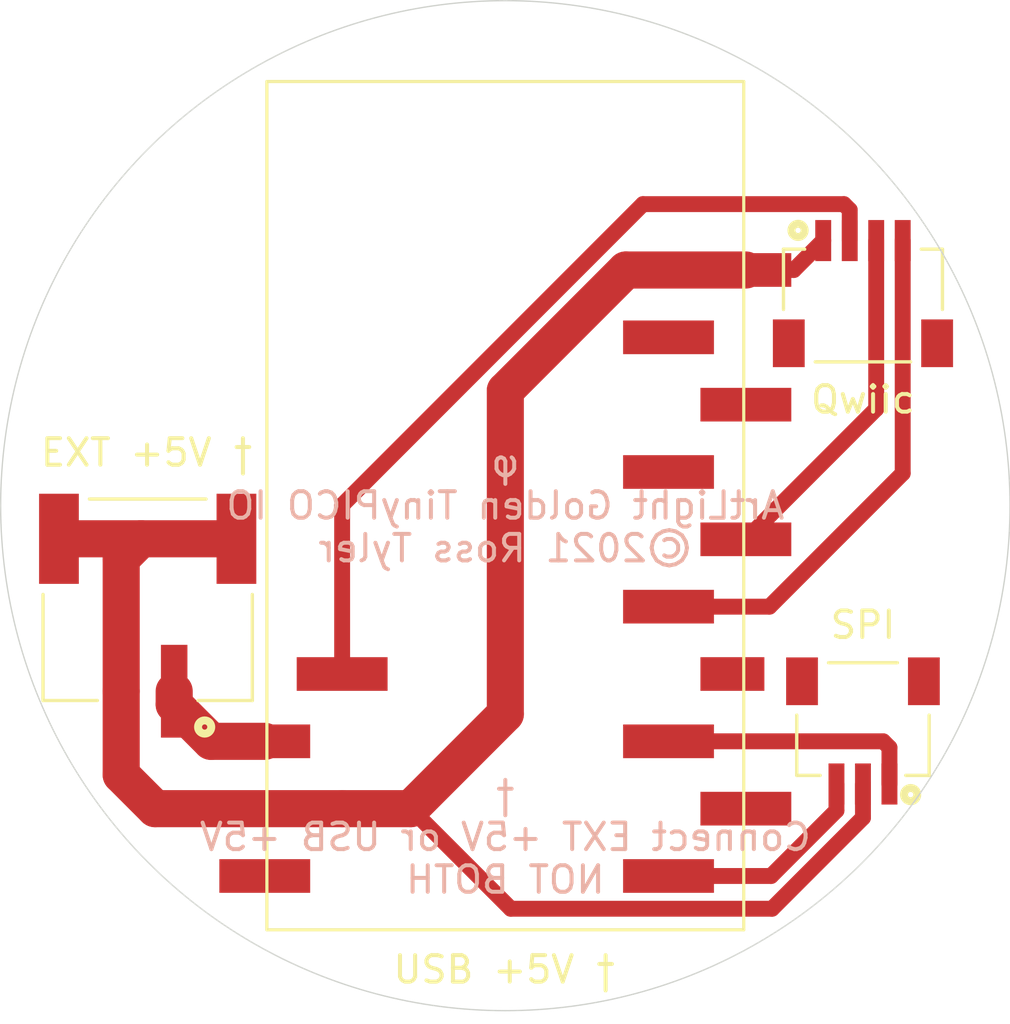
<source format=kicad_pcb>
(kicad_pcb (version 20171130) (host pcbnew 5.1.9-1.fc32)

  (general
    (thickness 1.6)
    (drawings 11)
    (tracks 37)
    (zones 0)
    (modules 5)
    (nets 18)
  )

  (page A)
  (title_block
    (title "ArtLight Golden TinyPICO IO")
    (rev 1.0.0)
    (comment 4 "Author: Ross Tyler")
  )

  (layers
    (0 F.Cu signal)
    (31 B.Cu signal hide)
    (32 B.Adhes user hide)
    (33 F.Adhes user)
    (34 B.Paste user hide)
    (35 F.Paste user hide)
    (36 B.SilkS user)
    (37 F.SilkS user)
    (38 B.Mask user hide)
    (39 F.Mask user hide)
    (40 Dwgs.User user hide)
    (41 Cmts.User user hide)
    (42 Eco1.User user hide)
    (43 Eco2.User user hide)
    (44 Edge.Cuts user)
    (45 Margin user hide)
    (46 B.CrtYd user hide)
    (47 F.CrtYd user hide)
    (48 B.Fab user hide)
    (49 F.Fab user hide)
  )

  (setup
    (last_trace_width 0.6)
    (user_trace_width 0.6)
    (user_trace_width 0.6)
    (user_trace_width 1)
    (user_trace_width 1.2)
    (user_trace_width 1.3)
    (user_trace_width 1.4)
    (trace_clearance 0.3)
    (zone_clearance 0.508)
    (zone_45_only no)
    (trace_min 0.6)
    (via_size 0.8)
    (via_drill 0.4)
    (via_min_size 0.6)
    (via_min_drill 0.3)
    (uvia_size 0.3)
    (uvia_drill 0.1)
    (uvias_allowed no)
    (uvia_min_size 0.2)
    (uvia_min_drill 0.1)
    (edge_width 0.05)
    (segment_width 0.2)
    (pcb_text_width 0.3)
    (pcb_text_size 1.5 1.5)
    (mod_edge_width 0.12)
    (mod_text_size 1 1)
    (mod_text_width 0.15)
    (pad_size 1.27 2.413991)
    (pad_drill 0)
    (pad_to_mask_clearance 0)
    (aux_axis_origin 0 0)
    (grid_origin 150 90)
    (visible_elements FEEEB227)
    (pcbplotparams
      (layerselection 0x010fc_ffffffff)
      (usegerberextensions false)
      (usegerberattributes true)
      (usegerberadvancedattributes true)
      (creategerberjobfile true)
      (excludeedgelayer true)
      (linewidth 0.100000)
      (plotframeref false)
      (viasonmask false)
      (mode 1)
      (useauxorigin false)
      (hpglpennumber 1)
      (hpglpenspeed 20)
      (hpglpendiameter 15.000000)
      (psnegative false)
      (psa4output false)
      (plotreference true)
      (plotvalue true)
      (plotinvisibletext false)
      (padsonsilk false)
      (subtractmaskfromsilk false)
      (outputformat 1)
      (mirror false)
      (drillshape 0)
      (scaleselection 1)
      (outputdirectory "gerber"))
  )

  (net 0 "")
  (net 1 GND)
  (net 2 +5V)
  (net 3 MOSI)
  (net 4 SCK)
  (net 5 SCL)
  (net 6 SDA)
  (net 7 "Net-(J4-Pad1)")
  (net 8 "Net-(J5-Pad9)")
  (net 9 "Net-(J5-Pad8)")
  (net 10 "Net-(J5-Pad7)")
  (net 11 "Net-(J5-Pad4)")
  (net 12 "Net-(J5-Pad2)")
  (net 13 "Net-(J2-PadS2)")
  (net 14 "Net-(J2-PadS1)")
  (net 15 "Net-(J3-PadS1)")
  (net 16 "Net-(J3-PadS2)")
  (net 17 "Net-(J3-Pad2)")

  (net_class Default "This is the default net class."
    (clearance 0.3)
    (trace_width 0.6)
    (via_dia 0.8)
    (via_drill 0.4)
    (uvia_dia 0.3)
    (uvia_drill 0.1)
    (diff_pair_width 0.6)
    (diff_pair_gap 0.25)
    (add_net +5V)
    (add_net GND)
    (add_net MOSI)
    (add_net "Net-(J2-PadS1)")
    (add_net "Net-(J2-PadS2)")
    (add_net "Net-(J3-Pad2)")
    (add_net "Net-(J3-PadS1)")
    (add_net "Net-(J3-PadS2)")
    (add_net "Net-(J4-Pad1)")
    (add_net "Net-(J5-Pad2)")
    (add_net "Net-(J5-Pad4)")
    (add_net "Net-(J5-Pad7)")
    (add_net "Net-(J5-Pad8)")
    (add_net "Net-(J5-Pad9)")
    (add_net SCK)
    (add_net SCL)
    (add_net SDA)
  )

  (module snapeda:TSM-104-01-L-SV (layer F.Cu) (tedit 6022121A) (tstamp 6022C0A9)
    (at 142.38 100.16 90)
    (descr "translated Allegro footprint")
    (path /602B64F6)
    (attr smd)
    (fp_text reference J4 (at -7.5985 -5.3135 90) (layer F.SilkS) hide
      (effects (font (size 1.5 1.5) (thickness 0.015)))
    )
    (fp_text value TSM-104-01-L-SV (at 0 0.382499 90) (layer F.Fab)
      (effects (font (size 0.5 0.5) (thickness 0.015)))
    )
    (fp_line (start -1.97099 1.45999) (end -9.02 1.45999) (layer Dwgs.User) (width 0.1))
    (fp_line (start -8.31799 0.318008) (end -8.31799 1.45999) (layer Dwgs.User) (width 0.1))
    (fp_line (start -8.477 0.826008) (end -8.31799 1.45999) (layer Dwgs.User) (width 0.1))
    (fp_line (start -8.31799 1.45999) (end -8.16 0.826008) (layer Dwgs.User) (width 0.1))
    (fp_line (start -8.16 0.826008) (end -8.31799 0.951992) (layer Dwgs.User) (width 0.1))
    (fp_line (start -8.31799 0.951992) (end -8.477 0.826008) (layer Dwgs.User) (width 0.1))
    (fp_line (start -8.31799 1.45999) (end -8.239 0.889) (layer Dwgs.User) (width 0.1))
    (fp_line (start -8.239 0.889) (end -8.31799 0.951992) (layer Dwgs.User) (width 0.1))
    (fp_line (start -8.31799 0.951992) (end -8.31799 1.45999) (layer Dwgs.User) (width 0.1))
    (fp_line (start -8.31799 1.45999) (end -8.398 0.889) (layer Dwgs.User) (width 0.1))
    (fp_line (start -8.398 0.889) (end -8.477 0.826008) (layer Dwgs.User) (width 0.1))
    (fp_line (start -8.31799 -0.318008) (end -8.31799 -1.45999) (layer Dwgs.User) (width 0.1))
    (fp_line (start -4.51099 -1.45999) (end -9.02 -1.45999) (layer Dwgs.User) (width 0.1))
    (fp_line (start -8.16 -0.826008) (end -8.31799 -1.45999) (layer Dwgs.User) (width 0.1))
    (fp_line (start -8.31799 -1.45999) (end -8.477 -0.826008) (layer Dwgs.User) (width 0.1))
    (fp_line (start -8.477 -0.826008) (end -8.31799 -0.951992) (layer Dwgs.User) (width 0.1))
    (fp_line (start -8.31799 -0.951992) (end -8.16 -0.826008) (layer Dwgs.User) (width 0.1))
    (fp_line (start -8.31799 -1.45999) (end -8.398 -0.889) (layer Dwgs.User) (width 0.1))
    (fp_line (start -8.398 -0.889) (end -8.31799 -0.951992) (layer Dwgs.User) (width 0.1))
    (fp_line (start -8.31799 -0.951992) (end -8.31799 -1.45999) (layer Dwgs.User) (width 0.1))
    (fp_line (start -8.31799 -1.45999) (end -8.239 -0.889) (layer Dwgs.User) (width 0.1))
    (fp_line (start -8.239 -0.889) (end -8.16 -0.826008) (layer Dwgs.User) (width 0.1))
    (fp_poly (pts (xy 6.52701 -4.623) (xy -6.52701 -4.623) (xy -6.52701 4.62399) (xy 6.52701 4.62399)
      (xy 6.52701 -4.623)) (layer F.CrtYd) (width 0))
    (fp_line (start -5.53001 -3.626) (end -5.53001 3.62699) (layer Dwgs.User) (width 0.1))
    (fp_line (start -5.53001 3.62699) (end 5.53001 3.62699) (layer Dwgs.User) (width 0.1))
    (fp_line (start 5.53001 3.62699) (end 5.53001 -3.626) (layer Dwgs.User) (width 0.1))
    (fp_line (start 5.53001 -3.626) (end -5.53001 -3.626) (layer Dwgs.User) (width 0.1))
    (fp_line (start -5.08 1.97099) (end -5.08 5.21) (layer Dwgs.User) (width 0.1))
    (fp_line (start -0.991006 4.50799) (end -5.08 4.50799) (layer Dwgs.User) (width 0.1))
    (fp_line (start -4.445 4.35) (end -5.08 4.50799) (layer Dwgs.User) (width 0.1))
    (fp_line (start -5.08 4.50799) (end -4.445 4.667) (layer Dwgs.User) (width 0.1))
    (fp_line (start -4.445 4.667) (end -4.572 4.50799) (layer Dwgs.User) (width 0.1))
    (fp_line (start -4.572 4.50799) (end -4.445 4.35) (layer Dwgs.User) (width 0.1))
    (fp_line (start -5.08 4.50799) (end -4.50799 4.588) (layer Dwgs.User) (width 0.1))
    (fp_line (start -4.50799 4.588) (end -4.572 4.50799) (layer Dwgs.User) (width 0.1))
    (fp_line (start -4.572 4.50799) (end -5.08 4.50799) (layer Dwgs.User) (width 0.1))
    (fp_line (start -5.08 4.50799) (end -4.50799 4.429) (layer Dwgs.User) (width 0.1))
    (fp_line (start -4.50799 4.429) (end -4.445 4.35) (layer Dwgs.User) (width 0.1))
    (fp_line (start -5.08 1.27) (end -2.79301 1.27) (layer F.Fab) (width 0.1))
    (fp_line (start -5.08 1.27) (end -5.08 1.016) (layer F.Fab) (width 0.1))
    (fp_line (start -5.08 -1.016) (end -5.08 1.016) (layer F.Fab) (width 0.1))
    (fp_line (start -5.78099 1.27) (end -7.17799 1.27) (layer Dwgs.User) (width 0.1))
    (fp_line (start -6.477 0.318008) (end -6.477 1.27) (layer Dwgs.User) (width 0.1))
    (fp_line (start -6.636 0.635) (end -6.477 1.27) (layer Dwgs.User) (width 0.1))
    (fp_line (start -6.477 1.27) (end -6.318 0.635) (layer Dwgs.User) (width 0.1))
    (fp_line (start -6.318 0.635) (end -6.477 0.762) (layer Dwgs.User) (width 0.1))
    (fp_line (start -6.477 0.762) (end -6.636 0.635) (layer Dwgs.User) (width 0.1))
    (fp_line (start -6.477 1.27) (end -6.39801 0.697992) (layer Dwgs.User) (width 0.1))
    (fp_line (start -6.39801 0.697992) (end -6.477 0.762) (layer Dwgs.User) (width 0.1))
    (fp_line (start -6.477 0.762) (end -6.477 1.27) (layer Dwgs.User) (width 0.1))
    (fp_line (start -6.477 1.27) (end -6.55599 0.697992) (layer Dwgs.User) (width 0.1))
    (fp_line (start -6.55599 0.697992) (end -6.636 0.635) (layer Dwgs.User) (width 0.1))
    (fp_line (start -6.477 -0.318008) (end -6.477 -1.27) (layer Dwgs.User) (width 0.1))
    (fp_line (start -2.79301 -1.27) (end -5.08 -1.27) (layer F.Fab) (width 0.1))
    (fp_line (start -5.08 -1.016) (end -5.08 -1.27) (layer F.Fab) (width 0.1))
    (fp_line (start -5.78099 -1.27) (end -7.17799 -1.27) (layer Dwgs.User) (width 0.1))
    (fp_line (start -6.318 -0.635) (end -6.477 -1.27) (layer Dwgs.User) (width 0.1))
    (fp_line (start -6.477 -1.27) (end -6.636 -0.635) (layer Dwgs.User) (width 0.1))
    (fp_line (start -6.636 -0.635) (end -6.477 -0.762) (layer Dwgs.User) (width 0.1))
    (fp_line (start -6.477 -0.762) (end -6.318 -0.635) (layer Dwgs.User) (width 0.1))
    (fp_line (start -6.477 -1.27) (end -6.55599 -0.697992) (layer Dwgs.User) (width 0.1))
    (fp_line (start -6.55599 -0.697992) (end -6.477 -0.762) (layer Dwgs.User) (width 0.1))
    (fp_line (start -6.477 -0.762) (end -6.477 -1.27) (layer Dwgs.User) (width 0.1))
    (fp_line (start -6.477 -1.27) (end -6.39801 -0.697992) (layer Dwgs.User) (width 0.1))
    (fp_line (start -6.39801 -0.697992) (end -6.318 -0.635) (layer Dwgs.User) (width 0.1))
    (fp_line (start -5.626 -4.12801) (end -3.81 -4.12801) (layer Dwgs.User) (width 0.1))
    (fp_line (start -4.126 0.318008) (end -4.126 -0.318008) (layer F.Fab) (width 0.1))
    (fp_line (start -3.491 -0.318008) (end -3.491 0.318008) (layer F.Fab) (width 0.1))
    (fp_line (start -4.126 -0.318008) (end -3.491 -0.318008) (layer F.Fab) (width 0.1))
    (fp_line (start -4.126 0.318008) (end -3.491 0.318008) (layer F.Fab) (width 0.1))
    (fp_line (start -2.64599 1.016) (end -2.79301 1.27) (layer F.Fab) (width 0.1))
    (fp_line (start -2.54 1.016) (end -2.64599 1.016) (layer F.Fab) (width 0.1))
    (fp_line (start -0.953999 -0.318008) (end -0.953999 0.318008) (layer F.Fab) (width 0.1))
    (fp_line (start -1.589 0.318008) (end -1.589 -0.318008) (layer F.Fab) (width 0.1))
    (fp_line (start -0.953999 1.27) (end -0.953999 2.64201) (layer F.Fab) (width 0.1))
    (fp_line (start -1.589 1.27) (end -1.589 2.64201) (layer F.Fab) (width 0.1))
    (fp_line (start -0.953999 2.64201) (end -1.589 2.64201) (layer F.Fab) (width 0.1))
    (fp_line (start -0.953999 0.318008) (end -1.589 0.318008) (layer F.Fab) (width 0.1))
    (fp_line (start -0.953999 -0.318008) (end -1.589 -0.318008) (layer F.Fab) (width 0.1))
    (fp_line (start -2.28699 1.27) (end -2.43401 1.016) (layer F.Fab) (width 0.1))
    (fp_line (start -2.28699 1.27) (end -0.253009 1.27) (layer F.Fab) (width 0.1))
    (fp_line (start -2.43401 1.016) (end -2.54 1.016) (layer F.Fab) (width 0.1))
    (fp_line (start -1.27 0.759003) (end -1.27 -4.829) (layer Dwgs.User) (width 0.1))
    (fp_line (start -4.126 -1.27) (end -4.126 -2.64201) (layer F.Fab) (width 0.1))
    (fp_line (start -3.491 -1.27) (end -3.491 -2.64201) (layer F.Fab) (width 0.1))
    (fp_line (start -4.126 -2.64201) (end -3.491 -2.64201) (layer F.Fab) (width 0.1))
    (fp_line (start -2.79301 -1.27) (end -2.64599 -1.016) (layer F.Fab) (width 0.1))
    (fp_line (start -2.64599 -1.016) (end -2.54 -1.016) (layer F.Fab) (width 0.1))
    (fp_line (start -2.43401 -1.016) (end -2.28699 -1.27) (layer F.Fab) (width 0.1))
    (fp_line (start -0.253009 -1.27) (end -2.28699 -1.27) (layer F.Fab) (width 0.1))
    (fp_line (start -2.54 -1.016) (end -2.43401 -1.016) (layer F.Fab) (width 0.1))
    (fp_line (start -3.81 -2.162) (end -3.81 -4.829) (layer Dwgs.User) (width 0.1))
    (fp_line (start -3.81 -2.162) (end -3.81 -5.90799) (layer Dwgs.User) (width 0.1))
    (fp_line (start -3.175 -4.286) (end -3.81 -4.12801) (layer Dwgs.User) (width 0.1))
    (fp_line (start -3.81 -4.12801) (end -3.175 -3.969) (layer Dwgs.User) (width 0.1))
    (fp_line (start -3.175 -3.969) (end -3.302 -4.12801) (layer Dwgs.User) (width 0.1))
    (fp_line (start -3.302 -4.12801) (end -3.175 -4.286) (layer Dwgs.User) (width 0.1))
    (fp_line (start -3.81 -4.12801) (end -3.23799 -4.048) (layer Dwgs.User) (width 0.1))
    (fp_line (start -3.23799 -4.048) (end -3.302 -4.12801) (layer Dwgs.User) (width 0.1))
    (fp_line (start -3.302 -4.12801) (end -3.81 -4.12801) (layer Dwgs.User) (width 0.1))
    (fp_line (start -3.81 -4.12801) (end -3.23799 -4.207) (layer Dwgs.User) (width 0.1))
    (fp_line (start -3.23799 -4.207) (end -3.175 -4.286) (layer Dwgs.User) (width 0.1))
    (fp_line (start -3.81 -4.12801) (end -1.27 -4.12801) (layer Dwgs.User) (width 0.1))
    (fp_line (start -1.905 -3.969) (end -1.27 -4.12801) (layer Dwgs.User) (width 0.1))
    (fp_line (start -1.27 -4.12801) (end -1.905 -4.286) (layer Dwgs.User) (width 0.1))
    (fp_line (start -1.905 -4.286) (end -1.778 -4.12801) (layer Dwgs.User) (width 0.1))
    (fp_line (start -1.778 -4.12801) (end -1.905 -3.969) (layer Dwgs.User) (width 0.1))
    (fp_line (start -1.27 -4.12801) (end -1.84201 -4.207) (layer Dwgs.User) (width 0.1))
    (fp_line (start -1.84201 -4.207) (end -1.778 -4.12801) (layer Dwgs.User) (width 0.1))
    (fp_line (start -1.778 -4.12801) (end -1.27 -4.12801) (layer Dwgs.User) (width 0.1))
    (fp_line (start -1.27 -4.12801) (end -1.84201 -4.048) (layer Dwgs.User) (width 0.1))
    (fp_line (start -1.84201 -4.048) (end -1.905 -3.969) (layer Dwgs.User) (width 0.1))
    (fp_line (start -0.851002 -5.207) (end -3.81 -5.207) (layer Dwgs.User) (width 0.1))
    (fp_line (start -3.175 -5.366) (end -3.81 -5.207) (layer Dwgs.User) (width 0.1))
    (fp_line (start -3.81 -5.207) (end -3.175 -5.048) (layer Dwgs.User) (width 0.1))
    (fp_line (start -3.175 -5.048) (end -3.302 -5.207) (layer Dwgs.User) (width 0.1))
    (fp_line (start -3.302 -5.207) (end -3.175 -5.366) (layer Dwgs.User) (width 0.1))
    (fp_line (start -3.81 -5.207) (end -3.23799 -5.12801) (layer Dwgs.User) (width 0.1))
    (fp_line (start -3.23799 -5.12801) (end -3.302 -5.207) (layer Dwgs.User) (width 0.1))
    (fp_line (start -3.302 -5.207) (end -3.81 -5.207) (layer Dwgs.User) (width 0.1))
    (fp_line (start -3.81 -5.207) (end -3.23799 -5.28599) (layer Dwgs.User) (width 0.1))
    (fp_line (start -3.23799 -5.28599) (end -3.175 -5.366) (layer Dwgs.User) (width 0.1))
    (fp_line (start 0.991006 4.50799) (end 5.08 4.50799) (layer Dwgs.User) (width 0.1))
    (fp_line (start -0.105994 1.016) (end -0.253009 1.27) (layer F.Fab) (width 0.1))
    (fp_line (start 0.000991 1.016) (end -0.105994 1.016) (layer F.Fab) (width 0.1))
    (fp_line (start 0.953999 0.318008) (end 0.953999 -0.318008) (layer F.Fab) (width 0.1))
    (fp_line (start 1.589 -0.318008) (end 1.589 0.318008) (layer F.Fab) (width 0.1))
    (fp_line (start 0.953999 -0.318008) (end 1.589 -0.318008) (layer F.Fab) (width 0.1))
    (fp_line (start 0.953999 0.318008) (end 1.589 0.318008) (layer F.Fab) (width 0.1))
    (fp_line (start 2.43401 1.016) (end 2.28699 1.27) (layer F.Fab) (width 0.1))
    (fp_line (start 0.253009 1.27) (end 0.105994 1.016) (layer F.Fab) (width 0.1))
    (fp_line (start 0.253009 1.27) (end 2.28699 1.27) (layer F.Fab) (width 0.1))
    (fp_line (start 2.54 1.016) (end 2.43401 1.016) (layer F.Fab) (width 0.1))
    (fp_line (start 0.105994 1.016) (end -0.000991 1.016) (layer F.Fab) (width 0.1))
    (fp_line (start -0.253009 -1.27) (end -0.105994 -1.016) (layer F.Fab) (width 0.1))
    (fp_line (start -0.105994 -1.016) (end 0.000991 -1.016) (layer F.Fab) (width 0.1))
    (fp_line (start 0.953999 -1.27) (end 0.953999 -2.64201) (layer F.Fab) (width 0.1))
    (fp_line (start 1.589 -1.27) (end 1.589 -2.64201) (layer F.Fab) (width 0.1))
    (fp_line (start 0.953999 -2.64201) (end 1.589 -2.64201) (layer F.Fab) (width 0.1))
    (fp_line (start 2.28699 -1.27) (end 2.43401 -1.016) (layer F.Fab) (width 0.1))
    (fp_line (start 0.105994 -1.016) (end 0.253009 -1.27) (layer F.Fab) (width 0.1))
    (fp_line (start 2.28699 -1.27) (end 0.253009 -1.27) (layer F.Fab) (width 0.1))
    (fp_line (start 2.43401 -1.016) (end 2.54 -1.016) (layer F.Fab) (width 0.1))
    (fp_line (start -0.000991 -1.016) (end 0.105994 -1.016) (layer F.Fab) (width 0.1))
    (fp_line (start 0.851002 -5.207) (end 3.81 -5.207) (layer Dwgs.User) (width 0.1))
    (fp_line (start 5.08 1.97099) (end 5.08 5.21) (layer Dwgs.User) (width 0.1))
    (fp_line (start 4.445 4.667) (end 5.08 4.50799) (layer Dwgs.User) (width 0.1))
    (fp_line (start 5.08 4.50799) (end 4.445 4.35) (layer Dwgs.User) (width 0.1))
    (fp_line (start 4.445 4.35) (end 4.572 4.50799) (layer Dwgs.User) (width 0.1))
    (fp_line (start 4.572 4.50799) (end 4.445 4.667) (layer Dwgs.User) (width 0.1))
    (fp_line (start 5.08 4.50799) (end 4.50799 4.429) (layer Dwgs.User) (width 0.1))
    (fp_line (start 4.50799 4.429) (end 4.572 4.50799) (layer Dwgs.User) (width 0.1))
    (fp_line (start 4.572 4.50799) (end 5.08 4.50799) (layer Dwgs.User) (width 0.1))
    (fp_line (start 5.08 4.50799) (end 4.50799 4.588) (layer Dwgs.User) (width 0.1))
    (fp_line (start 4.50799 4.588) (end 4.445 4.667) (layer Dwgs.User) (width 0.1))
    (fp_line (start 2.79301 1.27) (end 5.08 1.27) (layer F.Fab) (width 0.1))
    (fp_line (start 5.08 1.016) (end 5.08 -1.016) (layer F.Fab) (width 0.1))
    (fp_line (start 5.08 1.016) (end 5.08 1.27) (layer F.Fab) (width 0.1))
    (fp_line (start 4.126 -0.318008) (end 4.126 0.318008) (layer F.Fab) (width 0.1))
    (fp_line (start 3.491 0.318008) (end 3.491 -0.318008) (layer F.Fab) (width 0.1))
    (fp_line (start 4.126 1.27) (end 4.126 2.64201) (layer F.Fab) (width 0.1))
    (fp_line (start 3.491 1.27) (end 3.491 2.64201) (layer F.Fab) (width 0.1))
    (fp_line (start 4.126 2.64201) (end 3.491 2.64201) (layer F.Fab) (width 0.1))
    (fp_line (start 4.126 0.318008) (end 3.491 0.318008) (layer F.Fab) (width 0.1))
    (fp_line (start 4.126 -0.318008) (end 3.491 -0.318008) (layer F.Fab) (width 0.1))
    (fp_line (start 2.79301 1.27) (end 2.64599 1.016) (layer F.Fab) (width 0.1))
    (fp_line (start 2.64599 1.016) (end 2.54 1.016) (layer F.Fab) (width 0.1))
    (fp_line (start 3.81 0.759003) (end 3.81 -5.90799) (layer Dwgs.User) (width 0.1))
    (fp_line (start 5.08 -1.27) (end 2.79301 -1.27) (layer F.Fab) (width 0.1))
    (fp_line (start 5.08 -1.27) (end 5.08 -1.016) (layer F.Fab) (width 0.1))
    (fp_line (start 2.64599 -1.016) (end 2.79301 -1.27) (layer F.Fab) (width 0.1))
    (fp_line (start 2.54 -1.016) (end 2.64599 -1.016) (layer F.Fab) (width 0.1))
    (fp_line (start 3.175 -5.048) (end 3.81 -5.207) (layer Dwgs.User) (width 0.1))
    (fp_line (start 3.81 -5.207) (end 3.175 -5.366) (layer Dwgs.User) (width 0.1))
    (fp_line (start 3.175 -5.366) (end 3.302 -5.207) (layer Dwgs.User) (width 0.1))
    (fp_line (start 3.302 -5.207) (end 3.175 -5.048) (layer Dwgs.User) (width 0.1))
    (fp_line (start 3.81 -5.207) (end 3.23799 -5.28599) (layer Dwgs.User) (width 0.1))
    (fp_line (start 3.23799 -5.28599) (end 3.302 -5.207) (layer Dwgs.User) (width 0.1))
    (fp_line (start 3.302 -5.207) (end 3.81 -5.207) (layer Dwgs.User) (width 0.1))
    (fp_line (start 3.81 -5.207) (end 3.23799 -5.12801) (layer Dwgs.User) (width 0.1))
    (fp_line (start 3.23799 -5.12801) (end 3.175 -5.048) (layer Dwgs.User) (width 0.1))
    (fp_poly (pts (xy -4.496 -3.22598) (xy -3.124 -3.22598) (xy -3.124 0.306019) (xy -4.496 0.306019)) (layer F.Mask) (width 0.01))
    (fp_poly (pts (xy -4.445 -3.17497) (xy -3.175 -3.17497) (xy -3.175 0.255016) (xy -4.445 0.255016)) (layer F.Paste) (width 0.01))
    (fp_poly (pts (xy -1.956 -0.305994) (xy -0.583997 -0.305994) (xy -0.583997 3.226) (xy -1.956 3.226)) (layer F.Mask) (width 0.01))
    (fp_poly (pts (xy -1.905 -0.254991) (xy -0.635 -0.254991) (xy -0.635 3.175) (xy -1.905 3.175)) (layer F.Paste) (width 0.01))
    (fp_poly (pts (xy 0.583997 -3.22598) (xy 1.956 -3.22598) (xy 1.956 0.306019) (xy 0.583997 0.306019)) (layer F.Mask) (width 0.01))
    (fp_poly (pts (xy 0.635 -3.17497) (xy 1.905 -3.17497) (xy 1.905 0.255016) (xy 0.635 0.255016)) (layer F.Paste) (width 0.01))
    (fp_poly (pts (xy 3.124 -0.305994) (xy 4.496 -0.305994) (xy 4.496 3.226) (xy 3.124 3.226)) (layer F.Mask) (width 0.01))
    (fp_poly (pts (xy 3.175 -0.254991) (xy 4.445 -0.254991) (xy 4.445 3.175) (xy 3.175 3.175)) (layer F.Paste) (width 0.01))
    (fp_text user 4 (at 5.87101 2.09601 90) (layer F.Fab)
      (effects (font (size 1 1) (thickness 0.015)))
    )
    (fp_text user 4 (at 5.87101 2.09601 90) (layer F.SilkS) hide
      (effects (font (size 1 1) (thickness 0.015)))
    )
    (fp_text user 7.620 (at -0.659994 -5.08 90) (layer Dwgs.User)
      (effects (font (size 0.2 0.2) (thickness 0.015)))
    )
    (fp_text user 10.160 (at -0.799998 4.63601 90) (layer Dwgs.User)
      (effects (font (size 0.2 0.2) (thickness 0.015)))
    )
    (fp_text user 2.540 (at -7.13699 -3.99999 90) (layer Dwgs.User)
      (effects (font (size 0.2 0.2) (thickness 0.015)))
    )
    (fp_text user 2.540 (at -7.13699 0.127 90) (layer Dwgs.User)
      (effects (font (size 0.2 0.2) (thickness 0.015)))
    )
    (fp_text user 1 (at -6.90001 -0.826008 90) (layer F.Fab)
      (effects (font (size 1 1) (thickness 0.015)))
    )
    (fp_text user 1 (at -6.90001 -0.826008 90) (layer F.SilkS) hide
      (effects (font (size 1 1) (thickness 0.015)))
    )
    (fp_text user 2.921 (at -8.979 0.127 90) (layer Dwgs.User)
      (effects (font (size 0.2 0.2) (thickness 0.015)))
    )
    (pad 4 smd rect (at 3.81 1.45999 90) (size 1.27 3.42999) (layers F.Cu F.Paste)
      (net 17 "Net-(J3-Pad2)"))
    (pad 3 smd rect (at 1.27 -1.45999 90) (size 1.27 3.42999) (layers F.Cu F.Paste)
      (net 2 +5V))
    (pad 2 smd rect (at -1.27 1.45999 90) (size 1.27 3.42999) (layers F.Cu F.Paste)
      (net 1 GND))
    (pad 1 smd rect (at -3.81 -1.45999 90) (size 1.27 3.429991) (layers F.Cu F.Paste)
      (net 7 "Net-(J4-Pad1)"))
  )

  (module snapeda:TSM-110-01-L-SV (layer F.Cu) (tedit 602211F1) (tstamp 6022993F)
    (at 157.62 92.54 90)
    (descr "translated Allegro footprint")
    (path /6021A325)
    (attr smd)
    (fp_text reference J5 (at -15.2185 -5.3135 90) (layer F.SilkS) hide
      (effects (font (size 1.5 1.5) (thickness 0.015)))
    )
    (fp_text value TSM-110-01-L-SV (at 0 0.382499 90) (layer F.Fab)
      (effects (font (size 0.5 0.5) (thickness 0.015)))
    )
    (fp_line (start -9.59099 1.45999) (end -16.64 1.45999) (layer Dwgs.User) (width 0.1))
    (fp_line (start -15.938 0.318008) (end -15.938 1.45999) (layer Dwgs.User) (width 0.1))
    (fp_line (start -16.097 0.826008) (end -15.938 1.45999) (layer Dwgs.User) (width 0.1))
    (fp_line (start -15.938 1.45999) (end -15.78 0.826008) (layer Dwgs.User) (width 0.1))
    (fp_line (start -15.78 0.826008) (end -15.938 0.951992) (layer Dwgs.User) (width 0.1))
    (fp_line (start -15.938 0.951992) (end -16.097 0.826008) (layer Dwgs.User) (width 0.1))
    (fp_line (start -15.938 1.45999) (end -15.859 0.889) (layer Dwgs.User) (width 0.1))
    (fp_line (start -15.859 0.889) (end -15.938 0.951992) (layer Dwgs.User) (width 0.1))
    (fp_line (start -15.938 0.951992) (end -15.938 1.45999) (layer Dwgs.User) (width 0.1))
    (fp_line (start -15.938 1.45999) (end -16.018 0.889) (layer Dwgs.User) (width 0.1))
    (fp_line (start -16.018 0.889) (end -16.097 0.826008) (layer Dwgs.User) (width 0.1))
    (fp_line (start -15.938 -0.318008) (end -15.938 -1.45999) (layer Dwgs.User) (width 0.1))
    (fp_line (start -13.401 1.27) (end -14.798 1.27) (layer Dwgs.User) (width 0.1))
    (fp_line (start -12.131 -1.45999) (end -16.64 -1.45999) (layer Dwgs.User) (width 0.1))
    (fp_line (start -15.78 -0.826008) (end -15.938 -1.45999) (layer Dwgs.User) (width 0.1))
    (fp_line (start -15.938 -1.45999) (end -16.097 -0.826008) (layer Dwgs.User) (width 0.1))
    (fp_line (start -16.097 -0.826008) (end -15.938 -0.951992) (layer Dwgs.User) (width 0.1))
    (fp_line (start -15.938 -0.951992) (end -15.78 -0.826008) (layer Dwgs.User) (width 0.1))
    (fp_line (start -15.938 -1.45999) (end -16.018 -0.889) (layer Dwgs.User) (width 0.1))
    (fp_line (start -16.018 -0.889) (end -15.938 -0.951992) (layer Dwgs.User) (width 0.1))
    (fp_line (start -15.938 -0.951992) (end -15.938 -1.45999) (layer Dwgs.User) (width 0.1))
    (fp_line (start -15.938 -1.45999) (end -15.859 -0.889) (layer Dwgs.User) (width 0.1))
    (fp_line (start -15.859 -0.889) (end -15.78 -0.826008) (layer Dwgs.User) (width 0.1))
    (fp_line (start -13.401 -1.27) (end -14.798 -1.27) (layer Dwgs.User) (width 0.1))
    (fp_poly (pts (xy 14.147 -4.623) (xy -14.147 -4.623) (xy -14.147 4.62399) (xy 14.147 4.62399)
      (xy 14.147 -4.623)) (layer F.CrtYd) (width 0))
    (fp_line (start -13.15 -3.626) (end -13.15 3.62699) (layer Dwgs.User) (width 0.1))
    (fp_line (start -13.15 3.62699) (end 13.15 3.62699) (layer Dwgs.User) (width 0.1))
    (fp_line (start 13.15 3.62699) (end 13.15 -3.626) (layer Dwgs.User) (width 0.1))
    (fp_line (start 13.15 -3.626) (end -13.15 -3.626) (layer Dwgs.User) (width 0.1))
    (fp_line (start -12.7 1.97099) (end -12.7 5.21) (layer Dwgs.User) (width 0.1))
    (fp_line (start -0.991006 4.50799) (end -12.7 4.50799) (layer Dwgs.User) (width 0.1))
    (fp_line (start -12.065 4.35) (end -12.7 4.50799) (layer Dwgs.User) (width 0.1))
    (fp_line (start -12.7 4.50799) (end -12.065 4.667) (layer Dwgs.User) (width 0.1))
    (fp_line (start -12.065 4.667) (end -12.192 4.50799) (layer Dwgs.User) (width 0.1))
    (fp_line (start -12.192 4.50799) (end -12.065 4.35) (layer Dwgs.User) (width 0.1))
    (fp_line (start -12.7 4.50799) (end -12.128 4.588) (layer Dwgs.User) (width 0.1))
    (fp_line (start -12.128 4.588) (end -12.192 4.50799) (layer Dwgs.User) (width 0.1))
    (fp_line (start -12.192 4.50799) (end -12.7 4.50799) (layer Dwgs.User) (width 0.1))
    (fp_line (start -12.7 4.50799) (end -12.128 4.429) (layer Dwgs.User) (width 0.1))
    (fp_line (start -12.128 4.429) (end -12.065 4.35) (layer Dwgs.User) (width 0.1))
    (fp_line (start -12.7 1.27) (end -10.413 1.27) (layer F.Fab) (width 0.1))
    (fp_line (start -12.7 1.27) (end -12.7 1.016) (layer F.Fab) (width 0.1))
    (fp_line (start -12.7 -1.016) (end -12.7 1.016) (layer F.Fab) (width 0.1))
    (fp_line (start -11.746 0.318008) (end -11.746 -0.318008) (layer F.Fab) (width 0.1))
    (fp_line (start -11.746 -0.318008) (end -11.111 -0.318008) (layer F.Fab) (width 0.1))
    (fp_line (start -11.746 0.318008) (end -11.111 0.318008) (layer F.Fab) (width 0.1))
    (fp_line (start -14.097 0.318008) (end -14.097 1.27) (layer Dwgs.User) (width 0.1))
    (fp_line (start -14.256 0.635) (end -14.097 1.27) (layer Dwgs.User) (width 0.1))
    (fp_line (start -14.097 1.27) (end -13.938 0.635) (layer Dwgs.User) (width 0.1))
    (fp_line (start -13.938 0.635) (end -14.097 0.762) (layer Dwgs.User) (width 0.1))
    (fp_line (start -14.097 0.762) (end -14.256 0.635) (layer Dwgs.User) (width 0.1))
    (fp_line (start -14.097 1.27) (end -14.018 0.697992) (layer Dwgs.User) (width 0.1))
    (fp_line (start -14.018 0.697992) (end -14.097 0.762) (layer Dwgs.User) (width 0.1))
    (fp_line (start -14.097 0.762) (end -14.097 1.27) (layer Dwgs.User) (width 0.1))
    (fp_line (start -14.097 1.27) (end -14.176 0.697992) (layer Dwgs.User) (width 0.1))
    (fp_line (start -14.176 0.697992) (end -14.256 0.635) (layer Dwgs.User) (width 0.1))
    (fp_line (start -14.097 -0.318008) (end -14.097 -1.27) (layer Dwgs.User) (width 0.1))
    (fp_line (start -10.413 -1.27) (end -12.7 -1.27) (layer F.Fab) (width 0.1))
    (fp_line (start -12.7 -1.016) (end -12.7 -1.27) (layer F.Fab) (width 0.1))
    (fp_line (start -11.746 -1.27) (end -11.746 -2.64201) (layer F.Fab) (width 0.1))
    (fp_line (start -11.746 -2.64201) (end -11.111 -2.64201) (layer F.Fab) (width 0.1))
    (fp_line (start -11.43 -2.162) (end -11.43 -4.829) (layer Dwgs.User) (width 0.1))
    (fp_line (start -11.43 -2.162) (end -11.43 -5.90799) (layer Dwgs.User) (width 0.1))
    (fp_line (start -13.938 -0.635) (end -14.097 -1.27) (layer Dwgs.User) (width 0.1))
    (fp_line (start -14.097 -1.27) (end -14.256 -0.635) (layer Dwgs.User) (width 0.1))
    (fp_line (start -14.256 -0.635) (end -14.097 -0.762) (layer Dwgs.User) (width 0.1))
    (fp_line (start -14.097 -0.762) (end -13.938 -0.635) (layer Dwgs.User) (width 0.1))
    (fp_line (start -14.097 -1.27) (end -14.176 -0.697992) (layer Dwgs.User) (width 0.1))
    (fp_line (start -14.176 -0.697992) (end -14.097 -0.762) (layer Dwgs.User) (width 0.1))
    (fp_line (start -14.097 -0.762) (end -14.097 -1.27) (layer Dwgs.User) (width 0.1))
    (fp_line (start -14.097 -1.27) (end -14.018 -0.697992) (layer Dwgs.User) (width 0.1))
    (fp_line (start -14.018 -0.697992) (end -13.938 -0.635) (layer Dwgs.User) (width 0.1))
    (fp_line (start -13.246 -4.12801) (end -11.43 -4.12801) (layer Dwgs.User) (width 0.1))
    (fp_line (start -10.795 -4.286) (end -11.43 -4.12801) (layer Dwgs.User) (width 0.1))
    (fp_line (start -11.43 -4.12801) (end -10.795 -3.969) (layer Dwgs.User) (width 0.1))
    (fp_line (start -10.795 -3.969) (end -10.922 -4.12801) (layer Dwgs.User) (width 0.1))
    (fp_line (start -10.922 -4.12801) (end -10.795 -4.286) (layer Dwgs.User) (width 0.1))
    (fp_line (start -11.43 -4.12801) (end -10.858 -4.048) (layer Dwgs.User) (width 0.1))
    (fp_line (start -10.858 -4.048) (end -10.922 -4.12801) (layer Dwgs.User) (width 0.1))
    (fp_line (start -10.922 -4.12801) (end -11.43 -4.12801) (layer Dwgs.User) (width 0.1))
    (fp_line (start -11.43 -4.12801) (end -10.858 -4.207) (layer Dwgs.User) (width 0.1))
    (fp_line (start -10.858 -4.207) (end -10.795 -4.286) (layer Dwgs.User) (width 0.1))
    (fp_line (start -11.43 -4.12801) (end -8.89 -4.12801) (layer Dwgs.User) (width 0.1))
    (fp_line (start -0.991006 -5.207) (end -11.43 -5.207) (layer Dwgs.User) (width 0.1))
    (fp_line (start -10.795 -5.366) (end -11.43 -5.207) (layer Dwgs.User) (width 0.1))
    (fp_line (start -11.43 -5.207) (end -10.795 -5.048) (layer Dwgs.User) (width 0.1))
    (fp_line (start -10.795 -5.048) (end -10.922 -5.207) (layer Dwgs.User) (width 0.1))
    (fp_line (start -10.922 -5.207) (end -10.795 -5.366) (layer Dwgs.User) (width 0.1))
    (fp_line (start -11.43 -5.207) (end -10.858 -5.12801) (layer Dwgs.User) (width 0.1))
    (fp_line (start -10.858 -5.12801) (end -10.922 -5.207) (layer Dwgs.User) (width 0.1))
    (fp_line (start -10.922 -5.207) (end -11.43 -5.207) (layer Dwgs.User) (width 0.1))
    (fp_line (start -11.43 -5.207) (end -10.858 -5.28599) (layer Dwgs.User) (width 0.1))
    (fp_line (start -10.858 -5.28599) (end -10.795 -5.366) (layer Dwgs.User) (width 0.1))
    (fp_line (start -11.111 -0.318008) (end -11.111 0.318008) (layer F.Fab) (width 0.1))
    (fp_line (start -10.266 1.016) (end -10.413 1.27) (layer F.Fab) (width 0.1))
    (fp_line (start -10.16 1.016) (end -10.266 1.016) (layer F.Fab) (width 0.1))
    (fp_line (start -8.574 -0.318008) (end -8.574 0.318008) (layer F.Fab) (width 0.1))
    (fp_line (start -9.209 0.318008) (end -9.209 -0.318008) (layer F.Fab) (width 0.1))
    (fp_line (start -8.574 1.27) (end -8.574 2.64201) (layer F.Fab) (width 0.1))
    (fp_line (start -9.209 1.27) (end -9.209 2.64201) (layer F.Fab) (width 0.1))
    (fp_line (start -8.574 2.64201) (end -9.209 2.64201) (layer F.Fab) (width 0.1))
    (fp_line (start -8.574 0.318008) (end -9.209 0.318008) (layer F.Fab) (width 0.1))
    (fp_line (start -8.574 -0.318008) (end -9.209 -0.318008) (layer F.Fab) (width 0.1))
    (fp_line (start -9.90699 1.27) (end -10.054 1.016) (layer F.Fab) (width 0.1))
    (fp_line (start -7.72599 1.016) (end -7.87301 1.27) (layer F.Fab) (width 0.1))
    (fp_line (start -9.90699 1.27) (end -7.87301 1.27) (layer F.Fab) (width 0.1))
    (fp_line (start -10.054 1.016) (end -10.16 1.016) (layer F.Fab) (width 0.1))
    (fp_line (start -7.61901 1.016) (end -7.72599 1.016) (layer F.Fab) (width 0.1))
    (fp_line (start -8.89 0.759003) (end -8.89 -4.829) (layer Dwgs.User) (width 0.1))
    (fp_line (start -11.111 -1.27) (end -11.111 -2.64201) (layer F.Fab) (width 0.1))
    (fp_line (start -10.413 -1.27) (end -10.266 -1.016) (layer F.Fab) (width 0.1))
    (fp_line (start -10.266 -1.016) (end -10.16 -1.016) (layer F.Fab) (width 0.1))
    (fp_line (start -10.054 -1.016) (end -9.90699 -1.27) (layer F.Fab) (width 0.1))
    (fp_line (start -7.87301 -1.27) (end -7.72599 -1.016) (layer F.Fab) (width 0.1))
    (fp_line (start -7.87301 -1.27) (end -9.90699 -1.27) (layer F.Fab) (width 0.1))
    (fp_line (start -10.16 -1.016) (end -10.054 -1.016) (layer F.Fab) (width 0.1))
    (fp_line (start -7.72599 -1.016) (end -7.61901 -1.016) (layer F.Fab) (width 0.1))
    (fp_line (start -9.525 -3.969) (end -8.89 -4.12801) (layer Dwgs.User) (width 0.1))
    (fp_line (start -8.89 -4.12801) (end -9.525 -4.286) (layer Dwgs.User) (width 0.1))
    (fp_line (start -9.525 -4.286) (end -9.398 -4.12801) (layer Dwgs.User) (width 0.1))
    (fp_line (start -9.398 -4.12801) (end -9.525 -3.969) (layer Dwgs.User) (width 0.1))
    (fp_line (start -8.89 -4.12801) (end -9.46201 -4.207) (layer Dwgs.User) (width 0.1))
    (fp_line (start -9.46201 -4.207) (end -9.398 -4.12801) (layer Dwgs.User) (width 0.1))
    (fp_line (start -9.398 -4.12801) (end -8.89 -4.12801) (layer Dwgs.User) (width 0.1))
    (fp_line (start -8.89 -4.12801) (end -9.46201 -4.048) (layer Dwgs.User) (width 0.1))
    (fp_line (start -9.46201 -4.048) (end -9.525 -3.969) (layer Dwgs.User) (width 0.1))
    (fp_line (start -6.666 0.318008) (end -6.666 -0.318008) (layer F.Fab) (width 0.1))
    (fp_line (start -6.031 -0.318008) (end -6.031 0.318008) (layer F.Fab) (width 0.1))
    (fp_line (start -6.666 -0.318008) (end -6.031 -0.318008) (layer F.Fab) (width 0.1))
    (fp_line (start -6.666 0.318008) (end -6.031 0.318008) (layer F.Fab) (width 0.1))
    (fp_line (start -5.18599 1.016) (end -5.33301 1.27) (layer F.Fab) (width 0.1))
    (fp_line (start -7.36699 1.27) (end -7.51401 1.016) (layer F.Fab) (width 0.1))
    (fp_line (start -7.36699 1.27) (end -5.33301 1.27) (layer F.Fab) (width 0.1))
    (fp_line (start -5.08 1.016) (end -5.18599 1.016) (layer F.Fab) (width 0.1))
    (fp_line (start -7.51401 1.016) (end -7.62099 1.016) (layer F.Fab) (width 0.1))
    (fp_line (start -4.82699 1.27) (end -4.97401 1.016) (layer F.Fab) (width 0.1))
    (fp_line (start -4.82699 1.27) (end -2.79301 1.27) (layer F.Fab) (width 0.1))
    (fp_line (start -4.97401 1.016) (end -5.08 1.016) (layer F.Fab) (width 0.1))
    (fp_line (start -6.666 -1.27) (end -6.666 -2.64201) (layer F.Fab) (width 0.1))
    (fp_line (start -6.031 -1.27) (end -6.031 -2.64201) (layer F.Fab) (width 0.1))
    (fp_line (start -6.666 -2.64201) (end -6.031 -2.64201) (layer F.Fab) (width 0.1))
    (fp_line (start -5.33301 -1.27) (end -5.18599 -1.016) (layer F.Fab) (width 0.1))
    (fp_line (start -7.51401 -1.016) (end -7.36699 -1.27) (layer F.Fab) (width 0.1))
    (fp_line (start -5.33301 -1.27) (end -7.36699 -1.27) (layer F.Fab) (width 0.1))
    (fp_line (start -5.18599 -1.016) (end -5.08 -1.016) (layer F.Fab) (width 0.1))
    (fp_line (start -7.62099 -1.016) (end -7.51401 -1.016) (layer F.Fab) (width 0.1))
    (fp_line (start -4.97401 -1.016) (end -4.82699 -1.27) (layer F.Fab) (width 0.1))
    (fp_line (start -2.79301 -1.27) (end -4.82699 -1.27) (layer F.Fab) (width 0.1))
    (fp_line (start -5.08 -1.016) (end -4.97401 -1.016) (layer F.Fab) (width 0.1))
    (fp_line (start -3.494 -0.318008) (end -3.494 0.318008) (layer F.Fab) (width 0.1))
    (fp_line (start -4.129 0.318008) (end -4.129 -0.318008) (layer F.Fab) (width 0.1))
    (fp_line (start -3.494 1.27) (end -3.494 2.64201) (layer F.Fab) (width 0.1))
    (fp_line (start -4.129 1.27) (end -4.129 2.64201) (layer F.Fab) (width 0.1))
    (fp_line (start -3.494 2.64201) (end -4.129 2.64201) (layer F.Fab) (width 0.1))
    (fp_line (start -3.494 0.318008) (end -4.129 0.318008) (layer F.Fab) (width 0.1))
    (fp_line (start -3.494 -0.318008) (end -4.129 -0.318008) (layer F.Fab) (width 0.1))
    (fp_line (start -2.64599 1.016) (end -2.79301 1.27) (layer F.Fab) (width 0.1))
    (fp_line (start -2.53901 1.016) (end -2.64599 1.016) (layer F.Fab) (width 0.1))
    (fp_line (start -1.586 0.318008) (end -1.586 -0.318008) (layer F.Fab) (width 0.1))
    (fp_line (start -0.951001 -0.318008) (end -0.951001 0.318008) (layer F.Fab) (width 0.1))
    (fp_line (start -1.586 -0.318008) (end -0.951001 -0.318008) (layer F.Fab) (width 0.1))
    (fp_line (start -1.586 0.318008) (end -0.951001 0.318008) (layer F.Fab) (width 0.1))
    (fp_line (start -2.28699 1.27) (end -2.43401 1.016) (layer F.Fab) (width 0.1))
    (fp_line (start -2.28699 1.27) (end -0.253009 1.27) (layer F.Fab) (width 0.1))
    (fp_line (start -2.43401 1.016) (end -2.54099 1.016) (layer F.Fab) (width 0.1))
    (fp_line (start -2.79301 -1.27) (end -2.64599 -1.016) (layer F.Fab) (width 0.1))
    (fp_line (start -2.64599 -1.016) (end -2.53901 -1.016) (layer F.Fab) (width 0.1))
    (fp_line (start -1.586 -1.27) (end -1.586 -2.64201) (layer F.Fab) (width 0.1))
    (fp_line (start -0.951001 -1.27) (end -0.951001 -2.64201) (layer F.Fab) (width 0.1))
    (fp_line (start -1.586 -2.64201) (end -0.951001 -2.64201) (layer F.Fab) (width 0.1))
    (fp_line (start -2.43401 -1.016) (end -2.28699 -1.27) (layer F.Fab) (width 0.1))
    (fp_line (start -0.253009 -1.27) (end -2.28699 -1.27) (layer F.Fab) (width 0.1))
    (fp_line (start -2.54099 -1.016) (end -2.43401 -1.016) (layer F.Fab) (width 0.1))
    (fp_line (start 0.991006 4.50799) (end 12.7 4.50799) (layer Dwgs.User) (width 0.1))
    (fp_line (start -0.105994 1.016) (end -0.253009 1.27) (layer F.Fab) (width 0.1))
    (fp_line (start 0 1.016) (end -0.105994 1.016) (layer F.Fab) (width 0.1))
    (fp_line (start 1.586 -0.318008) (end 1.586 0.318008) (layer F.Fab) (width 0.1))
    (fp_line (start 0.951001 0.318008) (end 0.951001 -0.318008) (layer F.Fab) (width 0.1))
    (fp_line (start 1.586 1.27) (end 1.586 2.64201) (layer F.Fab) (width 0.1))
    (fp_line (start 0.951001 1.27) (end 0.951001 2.64201) (layer F.Fab) (width 0.1))
    (fp_line (start 1.586 2.64201) (end 0.951001 2.64201) (layer F.Fab) (width 0.1))
    (fp_line (start 1.586 0.318008) (end 0.951001 0.318008) (layer F.Fab) (width 0.1))
    (fp_line (start 1.586 -0.318008) (end 0.951001 -0.318008) (layer F.Fab) (width 0.1))
    (fp_line (start 0.253009 1.27) (end 0.105994 1.016) (layer F.Fab) (width 0.1))
    (fp_line (start 2.43401 1.016) (end 2.28699 1.27) (layer F.Fab) (width 0.1))
    (fp_line (start 0.253009 1.27) (end 2.28699 1.27) (layer F.Fab) (width 0.1))
    (fp_line (start 0.105994 1.016) (end 0 1.016) (layer F.Fab) (width 0.1))
    (fp_line (start 2.54099 1.016) (end 2.43401 1.016) (layer F.Fab) (width 0.1))
    (fp_line (start -0.253009 -1.27) (end -0.105994 -1.016) (layer F.Fab) (width 0.1))
    (fp_line (start -0.105994 -1.016) (end 0 -1.016) (layer F.Fab) (width 0.1))
    (fp_line (start 0.105994 -1.016) (end 0.253009 -1.27) (layer F.Fab) (width 0.1))
    (fp_line (start 2.28699 -1.27) (end 2.43401 -1.016) (layer F.Fab) (width 0.1))
    (fp_line (start 2.28699 -1.27) (end 0.253009 -1.27) (layer F.Fab) (width 0.1))
    (fp_line (start 0 -1.016) (end 0.105994 -1.016) (layer F.Fab) (width 0.1))
    (fp_line (start 2.43401 -1.016) (end 2.54099 -1.016) (layer F.Fab) (width 0.1))
    (fp_line (start 0.991006 -5.207) (end 11.43 -5.207) (layer Dwgs.User) (width 0.1))
    (fp_line (start 3.494 0.318008) (end 3.494 -0.318008) (layer F.Fab) (width 0.1))
    (fp_line (start 4.129 -0.318008) (end 4.129 0.318008) (layer F.Fab) (width 0.1))
    (fp_line (start 3.494 -0.318008) (end 4.129 -0.318008) (layer F.Fab) (width 0.1))
    (fp_line (start 3.494 0.318008) (end 4.129 0.318008) (layer F.Fab) (width 0.1))
    (fp_line (start 4.97401 1.016) (end 4.82699 1.27) (layer F.Fab) (width 0.1))
    (fp_line (start 2.79301 1.27) (end 2.64599 1.016) (layer F.Fab) (width 0.1))
    (fp_line (start 2.79301 1.27) (end 4.82699 1.27) (layer F.Fab) (width 0.1))
    (fp_line (start 5.08 1.016) (end 4.97401 1.016) (layer F.Fab) (width 0.1))
    (fp_line (start 2.64599 1.016) (end 2.53901 1.016) (layer F.Fab) (width 0.1))
    (fp_line (start 5.33301 1.27) (end 5.18599 1.016) (layer F.Fab) (width 0.1))
    (fp_line (start 5.33301 1.27) (end 7.36699 1.27) (layer F.Fab) (width 0.1))
    (fp_line (start 5.18599 1.016) (end 5.08 1.016) (layer F.Fab) (width 0.1))
    (fp_line (start 3.494 -1.27) (end 3.494 -2.64201) (layer F.Fab) (width 0.1))
    (fp_line (start 4.129 -1.27) (end 4.129 -2.64201) (layer F.Fab) (width 0.1))
    (fp_line (start 3.494 -2.64201) (end 4.129 -2.64201) (layer F.Fab) (width 0.1))
    (fp_line (start 4.82699 -1.27) (end 4.97401 -1.016) (layer F.Fab) (width 0.1))
    (fp_line (start 2.64599 -1.016) (end 2.79301 -1.27) (layer F.Fab) (width 0.1))
    (fp_line (start 4.82699 -1.27) (end 2.79301 -1.27) (layer F.Fab) (width 0.1))
    (fp_line (start 4.97401 -1.016) (end 5.08 -1.016) (layer F.Fab) (width 0.1))
    (fp_line (start 2.53901 -1.016) (end 2.64599 -1.016) (layer F.Fab) (width 0.1))
    (fp_line (start 5.18599 -1.016) (end 5.33301 -1.27) (layer F.Fab) (width 0.1))
    (fp_line (start 7.36699 -1.27) (end 5.33301 -1.27) (layer F.Fab) (width 0.1))
    (fp_line (start 5.08 -1.016) (end 5.18599 -1.016) (layer F.Fab) (width 0.1))
    (fp_line (start 6.666 -0.318008) (end 6.666 0.318008) (layer F.Fab) (width 0.1))
    (fp_line (start 6.031 0.318008) (end 6.031 -0.318008) (layer F.Fab) (width 0.1))
    (fp_line (start 6.666 1.27) (end 6.666 2.64201) (layer F.Fab) (width 0.1))
    (fp_line (start 6.031 1.27) (end 6.031 2.64201) (layer F.Fab) (width 0.1))
    (fp_line (start 6.666 2.64201) (end 6.031 2.64201) (layer F.Fab) (width 0.1))
    (fp_line (start 6.666 0.318008) (end 6.031 0.318008) (layer F.Fab) (width 0.1))
    (fp_line (start 6.666 -0.318008) (end 6.031 -0.318008) (layer F.Fab) (width 0.1))
    (fp_line (start 7.51401 1.016) (end 7.36699 1.27) (layer F.Fab) (width 0.1))
    (fp_line (start 7.62099 1.016) (end 7.51401 1.016) (layer F.Fab) (width 0.1))
    (fp_line (start 8.574 0.318008) (end 8.574 -0.318008) (layer F.Fab) (width 0.1))
    (fp_line (start 9.209 -0.318008) (end 9.209 0.318008) (layer F.Fab) (width 0.1))
    (fp_line (start 8.574 -0.318008) (end 9.209 -0.318008) (layer F.Fab) (width 0.1))
    (fp_line (start 8.574 0.318008) (end 9.209 0.318008) (layer F.Fab) (width 0.1))
    (fp_line (start 7.87301 1.27) (end 7.72599 1.016) (layer F.Fab) (width 0.1))
    (fp_line (start 7.87301 1.27) (end 9.90699 1.27) (layer F.Fab) (width 0.1))
    (fp_line (start 7.72599 1.016) (end 7.61901 1.016) (layer F.Fab) (width 0.1))
    (fp_line (start 7.36699 -1.27) (end 7.51401 -1.016) (layer F.Fab) (width 0.1))
    (fp_line (start 7.51401 -1.016) (end 7.62099 -1.016) (layer F.Fab) (width 0.1))
    (fp_line (start 8.574 -1.27) (end 8.574 -2.64201) (layer F.Fab) (width 0.1))
    (fp_line (start 9.209 -1.27) (end 9.209 -2.64201) (layer F.Fab) (width 0.1))
    (fp_line (start 8.574 -2.64201) (end 9.209 -2.64201) (layer F.Fab) (width 0.1))
    (fp_line (start 7.72599 -1.016) (end 7.87301 -1.27) (layer F.Fab) (width 0.1))
    (fp_line (start 9.90699 -1.27) (end 7.87301 -1.27) (layer F.Fab) (width 0.1))
    (fp_line (start 7.61901 -1.016) (end 7.72599 -1.016) (layer F.Fab) (width 0.1))
    (fp_line (start 12.065 4.667) (end 12.7 4.50799) (layer Dwgs.User) (width 0.1))
    (fp_line (start 12.7 4.50799) (end 12.065 4.35) (layer Dwgs.User) (width 0.1))
    (fp_line (start 12.065 4.35) (end 12.192 4.50799) (layer Dwgs.User) (width 0.1))
    (fp_line (start 12.192 4.50799) (end 12.065 4.667) (layer Dwgs.User) (width 0.1))
    (fp_line (start 12.7 4.50799) (end 12.128 4.429) (layer Dwgs.User) (width 0.1))
    (fp_line (start 12.128 4.429) (end 12.192 4.50799) (layer Dwgs.User) (width 0.1))
    (fp_line (start 12.192 4.50799) (end 12.7 4.50799) (layer Dwgs.User) (width 0.1))
    (fp_line (start 12.7 4.50799) (end 12.128 4.588) (layer Dwgs.User) (width 0.1))
    (fp_line (start 12.128 4.588) (end 12.065 4.667) (layer Dwgs.User) (width 0.1))
    (fp_line (start 10.054 1.016) (end 9.90699 1.27) (layer F.Fab) (width 0.1))
    (fp_line (start 10.16 1.016) (end 10.054 1.016) (layer F.Fab) (width 0.1))
    (fp_line (start 10.413 1.27) (end 12.7 1.27) (layer F.Fab) (width 0.1))
    (fp_line (start 11.746 -0.318008) (end 11.746 0.318008) (layer F.Fab) (width 0.1))
    (fp_line (start 11.111 0.318008) (end 11.111 -0.318008) (layer F.Fab) (width 0.1))
    (fp_line (start 11.746 1.27) (end 11.746 2.64201) (layer F.Fab) (width 0.1))
    (fp_line (start 11.111 1.27) (end 11.111 2.64201) (layer F.Fab) (width 0.1))
    (fp_line (start 11.746 2.64201) (end 11.111 2.64201) (layer F.Fab) (width 0.1))
    (fp_line (start 11.746 0.318008) (end 11.111 0.318008) (layer F.Fab) (width 0.1))
    (fp_line (start 11.746 -0.318008) (end 11.111 -0.318008) (layer F.Fab) (width 0.1))
    (fp_line (start 10.413 1.27) (end 10.266 1.016) (layer F.Fab) (width 0.1))
    (fp_line (start 10.266 1.016) (end 10.16 1.016) (layer F.Fab) (width 0.1))
    (fp_line (start 11.43 0.759003) (end 11.43 -5.90799) (layer Dwgs.User) (width 0.1))
    (fp_line (start 9.90699 -1.27) (end 10.054 -1.016) (layer F.Fab) (width 0.1))
    (fp_line (start 10.054 -1.016) (end 10.16 -1.016) (layer F.Fab) (width 0.1))
    (fp_line (start 12.7 -1.27) (end 10.413 -1.27) (layer F.Fab) (width 0.1))
    (fp_line (start 10.266 -1.016) (end 10.413 -1.27) (layer F.Fab) (width 0.1))
    (fp_line (start 10.16 -1.016) (end 10.266 -1.016) (layer F.Fab) (width 0.1))
    (fp_line (start 10.795 -5.048) (end 11.43 -5.207) (layer Dwgs.User) (width 0.1))
    (fp_line (start 11.43 -5.207) (end 10.795 -5.366) (layer Dwgs.User) (width 0.1))
    (fp_line (start 10.795 -5.366) (end 10.922 -5.207) (layer Dwgs.User) (width 0.1))
    (fp_line (start 10.922 -5.207) (end 10.795 -5.048) (layer Dwgs.User) (width 0.1))
    (fp_line (start 11.43 -5.207) (end 10.858 -5.28599) (layer Dwgs.User) (width 0.1))
    (fp_line (start 10.858 -5.28599) (end 10.922 -5.207) (layer Dwgs.User) (width 0.1))
    (fp_line (start 10.922 -5.207) (end 11.43 -5.207) (layer Dwgs.User) (width 0.1))
    (fp_line (start 11.43 -5.207) (end 10.858 -5.12801) (layer Dwgs.User) (width 0.1))
    (fp_line (start 10.858 -5.12801) (end 10.795 -5.048) (layer Dwgs.User) (width 0.1))
    (fp_line (start 12.7 1.97099) (end 12.7 5.21) (layer Dwgs.User) (width 0.1))
    (fp_line (start 12.7 1.016) (end 12.7 -1.016) (layer F.Fab) (width 0.1))
    (fp_line (start 12.7 1.016) (end 12.7 1.27) (layer F.Fab) (width 0.1))
    (fp_line (start 12.7 -1.27) (end 12.7 -1.016) (layer F.Fab) (width 0.1))
    (fp_poly (pts (xy -12.116 -3.22598) (xy -10.744 -3.22598) (xy -10.744 0.306019) (xy -12.116 0.306019)) (layer F.Mask) (width 0.01))
    (fp_poly (pts (xy -12.065 -3.17497) (xy -10.795 -3.17497) (xy -10.795 0.255016) (xy -12.065 0.255016)) (layer F.Paste) (width 0.01))
    (fp_poly (pts (xy -9.576 -0.305994) (xy -8.204 -0.305994) (xy -8.204 3.226) (xy -9.576 3.226)) (layer F.Mask) (width 0.01))
    (fp_poly (pts (xy -9.525 -0.254991) (xy -8.255 -0.254991) (xy -8.255 3.175) (xy -9.525 3.175)) (layer F.Paste) (width 0.01))
    (fp_poly (pts (xy -7.036 -3.22598) (xy -5.664 -3.22598) (xy -5.664 0.306019) (xy -7.036 0.306019)) (layer F.Mask) (width 0.01))
    (fp_poly (pts (xy -6.985 -3.17497) (xy -5.715 -3.17497) (xy -5.715 0.255016) (xy -6.985 0.255016)) (layer F.Paste) (width 0.01))
    (fp_poly (pts (xy -4.496 -0.305994) (xy -3.124 -0.305994) (xy -3.124 3.226) (xy -4.496 3.226)) (layer F.Mask) (width 0.01))
    (fp_poly (pts (xy -4.445 -0.254991) (xy -3.175 -0.254991) (xy -3.175 3.175) (xy -4.445 3.175)) (layer F.Paste) (width 0.01))
    (fp_poly (pts (xy -1.956 -3.22598) (xy -0.583997 -3.22598) (xy -0.583997 0.306019) (xy -1.956 0.306019)) (layer F.Mask) (width 0.01))
    (fp_poly (pts (xy -1.905 -3.17497) (xy -0.635 -3.17497) (xy -0.635 0.255016) (xy -1.905 0.255016)) (layer F.Paste) (width 0.01))
    (fp_poly (pts (xy 0.583997 -0.305994) (xy 1.956 -0.305994) (xy 1.956 3.226) (xy 0.583997 3.226)) (layer F.Mask) (width 0.01))
    (fp_poly (pts (xy 0.635 -0.254991) (xy 1.905 -0.254991) (xy 1.905 3.175) (xy 0.635 3.175)) (layer F.Paste) (width 0.01))
    (fp_poly (pts (xy 3.124 -3.22598) (xy 4.496 -3.22598) (xy 4.496 0.306019) (xy 3.124 0.306019)) (layer F.Mask) (width 0.01))
    (fp_poly (pts (xy 3.175 -3.17497) (xy 4.445 -3.17497) (xy 4.445 0.255016) (xy 3.175 0.255016)) (layer F.Paste) (width 0.01))
    (fp_poly (pts (xy 5.664 -0.305994) (xy 7.036 -0.305994) (xy 7.036 3.226) (xy 5.664 3.226)) (layer F.Mask) (width 0.01))
    (fp_poly (pts (xy 5.715 -0.254991) (xy 6.985 -0.254991) (xy 6.985 3.175) (xy 5.715 3.175)) (layer F.Paste) (width 0.01))
    (fp_poly (pts (xy 8.204 -3.22598) (xy 9.576 -3.22598) (xy 9.576 0.306019) (xy 8.204 0.306019)) (layer F.Mask) (width 0.01))
    (fp_poly (pts (xy 8.255 -3.17497) (xy 9.525 -3.17497) (xy 9.525 0.255016) (xy 8.255 0.255016)) (layer F.Paste) (width 0.01))
    (fp_poly (pts (xy 10.744 -0.305994) (xy 12.116 -0.305994) (xy 12.116 3.226) (xy 10.744 3.226)) (layer F.Mask) (width 0.01))
    (fp_poly (pts (xy 10.795 -0.254991) (xy 12.065 -0.254991) (xy 12.065 3.175) (xy 10.795 3.175)) (layer F.Paste) (width 0.01))
    (fp_text user 10 (at 13.491 2.09601 90) (layer F.Fab)
      (effects (font (size 1 1) (thickness 0.015)))
    )
    (fp_text user 10 (at 13.491 2.09601 90) (layer F.SilkS) hide
      (effects (font (size 1 1) (thickness 0.015)))
    )
    (fp_text user 22.860 (at -0.799998 -5.08 90) (layer Dwgs.User)
      (effects (font (size 0.2 0.2) (thickness 0.015)))
    )
    (fp_text user 25.400 (at -0.799998 4.63601 90) (layer Dwgs.User)
      (effects (font (size 0.2 0.2) (thickness 0.015)))
    )
    (fp_text user 2.540 (at -14.757 -3.99999 90) (layer Dwgs.User)
      (effects (font (size 0.2 0.2) (thickness 0.015)))
    )
    (fp_text user 2.540 (at -14.757 0.127 90) (layer Dwgs.User)
      (effects (font (size 0.2 0.2) (thickness 0.015)))
    )
    (fp_text user 2.921 (at -16.599 0.127 90) (layer Dwgs.User)
      (effects (font (size 0.2 0.2) (thickness 0.015)))
    )
    (fp_text user 1 (at -14.52 -0.826008 90) (layer F.Fab)
      (effects (font (size 1 1) (thickness 0.015)))
    )
    (fp_text user 1 (at -14.52 -0.826008 90) (layer F.SilkS) hide
      (effects (font (size 1 1) (thickness 0.015)))
    )
    (pad 10 smd rect (at 11.43 1.45999 90) (size 1.27 3.42999) (layers F.Cu F.Paste)
      (net 1 GND))
    (pad 9 smd rect (at 8.89 -1.45999 90) (size 1.27 3.42999) (layers F.Cu F.Paste)
      (net 8 "Net-(J5-Pad9)"))
    (pad 8 smd rect (at 6.35 1.45999 90) (size 1.27 3.429991) (layers F.Cu F.Paste)
      (net 9 "Net-(J5-Pad8)"))
    (pad 7 smd rect (at 3.81 -1.45999 90) (size 1.27 3.42999) (layers F.Cu F.Paste)
      (net 10 "Net-(J5-Pad7)"))
    (pad 6 smd rect (at 1.27 1.45999 90) (size 1.27 3.42999) (layers F.Cu F.Paste)
      (net 6 SDA))
    (pad 5 smd rect (at -1.27 -1.45999 90) (size 1.27 3.42999) (layers F.Cu F.Paste)
      (net 5 SCL))
    (pad 4 smd rect (at -3.81 0.95199 90) (size 1.27 2.413991) (layers F.Cu F.Paste)
      (net 11 "Net-(J5-Pad4)"))
    (pad 3 smd rect (at -6.35 -1.45999 90) (size 1.27 3.42999) (layers F.Cu F.Paste)
      (net 4 SCK))
    (pad 2 smd rect (at -8.89 1.45999 90) (size 1.27 3.429991) (layers F.Cu F.Paste)
      (net 12 "Net-(J5-Pad2)"))
    (pad 1 smd rect (at -11.43 -1.45999 90) (size 1.27 3.42999) (layers F.Cu F.Paste)
      (net 3 MOSI))
  )

  (module "snapeda:JST_SM04B-SRSS-TB(LF)(SN)" (layer F.Cu) (tedit 602180FB) (tstamp 60231715)
    (at 163.5 80)
    (path /60218547)
    (fp_text reference J3 (at -0.545095 -1.767685) (layer F.SilkS) hide
      (effects (font (size 1.001173 1.001173) (thickness 0.015)))
    )
    (fp_text value "SM04B-SRSS-TB(LF)(SN)" (at 12.17039 5.74055) (layer F.Fab)
      (effects (font (size 1.000567 1.000567) (thickness 0.015)))
    )
    (fp_line (start -3.65 5.025) (end -3.65 -1.025) (layer F.CrtYd) (width 0.05))
    (fp_line (start 3.65 5.025) (end -3.65 5.025) (layer F.CrtYd) (width 0.05))
    (fp_line (start 3.65 -1.025) (end 3.65 5.025) (layer F.CrtYd) (width 0.05))
    (fp_line (start -3.65 -1.025) (end 3.65 -1.025) (layer F.CrtYd) (width 0.05))
    (fp_circle (center -2.45 -0.385) (end -2.35 -0.385) (layer F.Fab) (width 0.3))
    (fp_line (start -1.8 4.575) (end 1.8 4.575) (layer F.SilkS) (width 0.127))
    (fp_line (start 3 0.325) (end 3 2.6) (layer F.SilkS) (width 0.127))
    (fp_line (start 2.2 0.325) (end 3 0.325) (layer F.SilkS) (width 0.127))
    (fp_line (start -3 0.325) (end -3 2.6) (layer F.SilkS) (width 0.127))
    (fp_line (start -2.2 0.325) (end -3 0.325) (layer F.SilkS) (width 0.127))
    (fp_line (start -3 4.575) (end -3 0.325) (layer F.Fab) (width 0.127))
    (fp_line (start 3 4.575) (end -3 4.575) (layer F.Fab) (width 0.127))
    (fp_line (start 3 0.325) (end 3 4.575) (layer F.Fab) (width 0.127))
    (fp_line (start -3 0.325) (end 3 0.325) (layer F.Fab) (width 0.127))
    (fp_circle (center -2.45 -0.385) (end -2.35 -0.385) (layer F.SilkS) (width 0.3))
    (pad 4 smd rect (at 1.5 0) (size 0.6 1.55) (layers F.Cu F.Paste F.Mask)
      (net 5 SCL))
    (pad 3 smd rect (at 0.5 0) (size 0.6 1.55) (layers F.Cu F.Paste F.Mask)
      (net 6 SDA))
    (pad 2 smd rect (at -0.5 0) (size 0.6 1.55) (layers F.Cu F.Paste F.Mask)
      (net 17 "Net-(J3-Pad2)"))
    (pad 1 smd rect (at -1.5 0) (size 0.6 1.55) (layers F.Cu F.Paste F.Mask)
      (net 1 GND))
    (pad S1 smd rect (at -2.8 3.875) (size 1.2 1.8) (layers F.Cu F.Paste F.Mask)
      (net 15 "Net-(J3-PadS1)"))
    (pad S2 smd rect (at 2.8 3.875) (size 1.2 1.8) (layers F.Cu F.Paste F.Mask)
      (net 16 "Net-(J3-PadS2)"))
    (model ${PWD}/../../../libraries/snapeda/SM04B-SRSS-TB_LF__SN_.step
      (offset (xyz 0 -0.5 0))
      (scale (xyz 1 1 1))
      (rotate (xyz -90 0 0))
    )
  )

  (module "snapeda:JST_SM03B-SRSS-TB(LF)(SN)" (layer F.Cu) (tedit 602181F0) (tstamp 602329E1)
    (at 163.5 100.5 180)
    (path /6021858E)
    (fp_text reference J2 (at -0.635 -1.905) (layer F.SilkS) hide
      (effects (font (size 1 1) (thickness 0.015)))
    )
    (fp_text value "SM03B-SRSS-TB(LF)(SN)" (at 12.065 5.715) (layer F.Fab)
      (effects (font (size 1 1) (thickness 0.015)))
    )
    (fp_line (start -3.15 5.025) (end -3.15 -1.025) (layer F.CrtYd) (width 0.05))
    (fp_line (start 3.15 5.025) (end -3.15 5.025) (layer F.CrtYd) (width 0.05))
    (fp_line (start 3.15 -1.025) (end 3.15 5.025) (layer F.CrtYd) (width 0.05))
    (fp_line (start -3.15 -1.025) (end 3.15 -1.025) (layer F.CrtYd) (width 0.05))
    (fp_circle (center -1.8 -0.4) (end -1.7 -0.4) (layer F.Fab) (width 0.3))
    (fp_circle (center -1.8 -0.4) (end -1.7 -0.4) (layer F.SilkS) (width 0.3))
    (fp_line (start 2.5 0.325) (end 1.615 0.325) (layer F.SilkS) (width 0.127))
    (fp_line (start 2.5 2.6) (end 2.5 0.325) (layer F.SilkS) (width 0.127))
    (fp_line (start -1.3 4.575) (end 1.3 4.575) (layer F.SilkS) (width 0.127))
    (fp_line (start -2.5 0.325) (end -2.5 2.6) (layer F.SilkS) (width 0.127))
    (fp_line (start -1.615 0.325) (end -2.5 0.325) (layer F.SilkS) (width 0.127))
    (fp_line (start -2.5 4.575) (end -2.5 0.325) (layer F.Fab) (width 0.127))
    (fp_line (start 2.5 4.575) (end -2.5 4.575) (layer F.Fab) (width 0.127))
    (fp_line (start 2.5 0.325) (end 2.5 4.575) (layer F.Fab) (width 0.127))
    (fp_line (start -2.5 0.325) (end 2.5 0.325) (layer F.Fab) (width 0.127))
    (pad S2 smd rect (at 2.3 3.875 180) (size 1.2 1.8) (layers F.Cu F.Paste F.Mask)
      (net 13 "Net-(J2-PadS2)"))
    (pad S1 smd rect (at -2.3 3.875 180) (size 1.2 1.8) (layers F.Cu F.Paste F.Mask)
      (net 14 "Net-(J2-PadS1)"))
    (pad 3 smd rect (at 1 0 180) (size 0.6 1.55) (layers F.Cu F.Paste F.Mask)
      (net 3 MOSI))
    (pad 1 smd rect (at -1 0 180) (size 0.6 1.55) (layers F.Cu F.Paste F.Mask)
      (net 4 SCK))
    (pad 2 smd rect (at 0 0 180) (size 0.6 1.55) (layers F.Cu F.Paste F.Mask)
      (net 1 GND))
    (model ${PWD}/../../../libraries/snapeda/SM03B-SRSS-TB_LF__SN_.step
      (offset (xyz 0 -0.5 0))
      (scale (xyz 1 1 1))
      (rotate (xyz -90 0 0))
    )
  )

  (module "snapeda:JST_S2B-PH-SM4-TB(LF)(SN)" (layer F.Cu) (tedit 60217C4B) (tstamp 60231AAF)
    (at 136.5 97 180)
    (path /60217FF8)
    (fp_text reference J1 (at -0.69228 -3.184 180) (layer F.SilkS) hide
      (effects (font (size 1.002189 1.002189) (thickness 0.015)))
    )
    (fp_text value "S2B-PH-SM4-TB(LF)(SN)" (at 12.17833 9.48143 180) (layer F.Fab)
      (effects (font (size 1.003575 1.003575) (thickness 0.015)))
    )
    (fp_line (start 3.95 -0.35) (end 1.9 -0.35) (layer F.SilkS) (width 0.127))
    (fp_line (start -1.9 -0.35) (end -3.95 -0.35) (layer F.SilkS) (width 0.127))
    (fp_line (start -3.95 -0.35) (end -3.95 3.65) (layer F.SilkS) (width 0.127))
    (fp_circle (center -2.15 -1.35) (end -2.05 -1.35) (layer F.SilkS) (width 0.3))
    (fp_line (start -2.2 7.25) (end 2.2 7.25) (layer F.SilkS) (width 0.127))
    (fp_line (start 3.95 3.65) (end 3.95 -0.35) (layer F.SilkS) (width 0.127))
    (fp_line (start 4.35 7.7) (end -4.35 7.7) (layer F.CrtYd) (width 0.05))
    (fp_line (start -4.35 7.7) (end -4.35 -0.6) (layer F.CrtYd) (width 0.05))
    (fp_line (start -4.35 -0.6) (end -1.75 -0.6) (layer F.CrtYd) (width 0.05))
    (fp_line (start -1.75 -0.6) (end -1.75 -2) (layer F.CrtYd) (width 0.05))
    (fp_line (start -1.75 -2) (end 1.75 -2) (layer F.CrtYd) (width 0.05))
    (fp_line (start 1.75 -2) (end 1.75 -0.6) (layer F.CrtYd) (width 0.05))
    (fp_line (start 1.75 -0.6) (end 4.35 -0.6) (layer F.CrtYd) (width 0.05))
    (fp_line (start 4.35 -0.6) (end 4.35 7.7) (layer F.CrtYd) (width 0.05))
    (fp_line (start 3.95 -0.35) (end 3.95 7.25) (layer F.Fab) (width 0.127))
    (fp_line (start 3.95 7.25) (end -3.95 7.25) (layer F.Fab) (width 0.127))
    (fp_line (start -3.95 7.25) (end -3.95 -0.35) (layer F.Fab) (width 0.127))
    (fp_line (start -3.95 -0.35) (end 3.95 -0.35) (layer F.Fab) (width 0.127))
    (fp_circle (center -2.15 -1.35) (end -2.05 -1.35) (layer F.Fab) (width 0.3))
    (pad S1 smd rect (at -3.35 5.75 180) (size 1.5 3.4) (layers F.Cu F.Paste F.Mask)
      (net 1 GND))
    (pad S2 smd rect (at 3.35 5.75 180) (size 1.5 3.4) (layers F.Cu F.Paste F.Mask)
      (net 1 GND))
    (pad 1 smd rect (at -1 0 180) (size 1 3.5) (layers F.Cu F.Paste F.Mask)
      (net 2 +5V))
    (pad 2 smd rect (at 1 0 180) (size 1 3.5) (layers F.Cu F.Paste F.Mask)
      (net 1 GND))
    (model ${PWD}/../../../libraries/snapeda/S2B-PH-SM4-TB_LF__SN_.step
      (offset (xyz 0 -7.5 0))
      (scale (xyz 1 1 1))
      (rotate (xyz 90 -180 180))
    )
  )

  (gr_text "†\nConnect EXT +5V or USB +5V\nNOT BOTH" (at 150 102.5) (layer B.SilkS)
    (effects (font (size 1 1) (thickness 0.15)) (justify mirror))
  )
  (gr_text SPI (at 163.5 94.5) (layer F.SilkS)
    (effects (font (size 1 1) (thickness 0.15)))
  )
  (gr_text Qwiic (at 163.5 86) (layer F.SilkS)
    (effects (font (size 1 1) (thickness 0.15)))
  )
  (gr_text "φ\nArtLight Golden TinyPICO IO\n©2021 Ross Tyler" (at 150 90) (layer B.SilkS)
    (effects (font (size 1 1) (thickness 0.15)) (justify mirror))
  )
  (gr_text "EXT +5V †" (at 136.5 88) (layer F.SilkS)
    (effects (font (size 1 1) (thickness 0.15)))
  )
  (gr_text "USB +5V †" (at 150 107.5) (layer F.SilkS)
    (effects (font (size 1 1) (thickness 0.15)))
  )
  (gr_circle (center 150 90) (end 169.05 90) (layer Edge.Cuts) (width 0.05))
  (gr_line (start 159 106) (end 141 106) (layer F.SilkS) (width 0.12) (tstamp 60229BE2))
  (gr_line (start 159 74) (end 159 106) (layer F.SilkS) (width 0.12) (tstamp 60229BE5))
  (gr_line (start 141 74) (end 141 106) (layer F.SilkS) (width 0.12) (tstamp 60229BE4))
  (gr_line (start 141 74) (end 159 74) (layer F.SilkS) (width 0.12) (tstamp 60229BE1))

  (segment (start 143.83999 101.43) (end 146.43 101.43) (width 1.4) (layer F.Cu) (net 1))
  (segment (start 146.43 101.43) (end 150 97.86) (width 1.4) (layer F.Cu) (net 1))
  (segment (start 154.550013 81.11) (end 159.07999 81.11) (width 1.4) (layer F.Cu) (net 1))
  (segment (start 150 85.660013) (end 154.550013 81.11) (width 1.4) (layer F.Cu) (net 1))
  (segment (start 150 97.86) (end 150 85.660013) (width 1.4) (layer F.Cu) (net 1))
  (segment (start 160.89 81.11) (end 162 80) (width 0.6) (layer F.Cu) (net 1))
  (segment (start 159.07999 81.11) (end 160.89 81.11) (width 0.6) (layer F.Cu) (net 1))
  (segment (start 136.78 101.43) (end 143.83999 101.43) (width 1.4) (layer F.Cu) (net 1))
  (segment (start 135.5 100.15) (end 136.78 101.43) (width 1.4) (layer F.Cu) (net 1))
  (segment (start 135.5 97) (end 135.5 100.15) (width 1.4) (layer F.Cu) (net 1))
  (segment (start 135.5 92) (end 136.25 91.25) (width 1.4) (layer F.Cu) (net 1))
  (segment (start 135.5 97) (end 135.5 92) (width 1.4) (layer F.Cu) (net 1))
  (segment (start 136.25 91.25) (end 139.85 91.25) (width 1.4) (layer F.Cu) (net 1))
  (segment (start 133.15 91.25) (end 136.25 91.25) (width 1.4) (layer F.Cu) (net 1))
  (segment (start 150.205001 105.205001) (end 146.43 101.43) (width 0.6) (layer F.Cu) (net 1))
  (segment (start 160.067805 105.205001) (end 150.205001 105.205001) (width 0.6) (layer F.Cu) (net 1))
  (segment (start 163.5 101.772806) (end 160.067805 105.205001) (width 0.6) (layer F.Cu) (net 1))
  (segment (start 163.5 100.5) (end 163.5 101.772806) (width 0.6) (layer F.Cu) (net 1))
  (segment (start 137.5 97) (end 137.5 97.5) (width 1.4) (layer F.Cu) (net 2))
  (segment (start 138.89 98.89) (end 140.92001 98.89) (width 1.4) (layer F.Cu) (net 2))
  (segment (start 137.5 97.5) (end 138.89 98.89) (width 1.4) (layer F.Cu) (net 2))
  (segment (start 162.5 101.5) (end 162.5 100.5) (width 0.6) (layer F.Cu) (net 3))
  (segment (start 160.03 103.97) (end 162.5 101.5) (width 0.6) (layer F.Cu) (net 3))
  (segment (start 156.16001 103.97) (end 160.03 103.97) (width 0.6) (layer F.Cu) (net 3))
  (segment (start 164.5 99.125) (end 164.5 100.5) (width 0.6) (layer F.Cu) (net 4))
  (segment (start 164.265 98.89) (end 164.5 99.125) (width 0.6) (layer F.Cu) (net 4))
  (segment (start 156.16001 98.89) (end 164.265 98.89) (width 0.6) (layer F.Cu) (net 4))
  (segment (start 165 88.779987) (end 165 80) (width 0.6) (layer F.Cu) (net 5))
  (segment (start 159.969987 93.81) (end 165 88.779987) (width 0.6) (layer F.Cu) (net 5))
  (segment (start 156.16001 93.81) (end 159.969987 93.81) (width 0.6) (layer F.Cu) (net 5))
  (segment (start 164 86.34999) (end 164 80) (width 0.6) (layer F.Cu) (net 6))
  (segment (start 159.07999 91.27) (end 164 86.34999) (width 0.6) (layer F.Cu) (net 6))
  (segment (start 163 78.844998) (end 163 80) (width 0.6) (layer F.Cu) (net 17))
  (segment (start 162.780001 78.624999) (end 163 78.844998) (width 0.6) (layer F.Cu) (net 17))
  (segment (start 155.196524 78.624999) (end 162.780001 78.624999) (width 0.6) (layer F.Cu) (net 17))
  (segment (start 143.83999 89.981533) (end 155.196524 78.624999) (width 0.6) (layer F.Cu) (net 17))
  (segment (start 143.83999 96.35) (end 143.83999 89.981533) (width 0.6) (layer F.Cu) (net 17))

)

</source>
